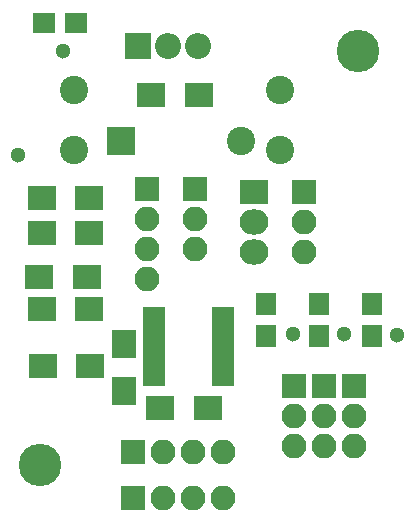
<source format=gbr>
G04 #@! TF.FileFunction,Soldermask,Top*
%FSLAX46Y46*%
G04 Gerber Fmt 4.6, Leading zero omitted, Abs format (unit mm)*
G04 Created by KiCad (PCBNEW 4.0.6) date Saturday, July 01, 2017 'AMt' 11:58:48 AM*
%MOMM*%
%LPD*%
G01*
G04 APERTURE LIST*
%ADD10C,0.100000*%
%ADD11R,1.850000X0.850000*%
%ADD12R,2.000000X2.400000*%
%ADD13R,2.400000X2.000000*%
%ADD14C,2.398980*%
%ADD15R,2.398980X2.398980*%
%ADD16R,2.100000X2.100000*%
%ADD17O,2.100000X2.100000*%
%ADD18R,2.432000X2.127200*%
%ADD19O,2.432000X2.127200*%
%ADD20C,2.400000*%
%ADD21R,2.200000X2.200000*%
%ADD22O,2.200000X2.200000*%
%ADD23R,1.700000X1.900000*%
%ADD24R,2.400000X2.100000*%
%ADD25R,1.900000X1.700000*%
%ADD26C,1.300000*%
%ADD27C,3.600000*%
G04 APERTURE END LIST*
D10*
D11*
X212090000Y-107569000D03*
X212090000Y-108219000D03*
X212090000Y-108869000D03*
X212090000Y-109519000D03*
X212090000Y-110169000D03*
X212090000Y-110819000D03*
X212090000Y-111469000D03*
X212090000Y-112119000D03*
X212090000Y-112769000D03*
X212090000Y-113419000D03*
X217990000Y-113419000D03*
X217990000Y-112769000D03*
X217990000Y-112119000D03*
X217990000Y-111469000D03*
X217990000Y-110819000D03*
X217990000Y-110169000D03*
X217990000Y-109519000D03*
X217990000Y-108869000D03*
X217990000Y-108219000D03*
X217990000Y-107569000D03*
D12*
X209600800Y-114236000D03*
X209600800Y-110236000D03*
D13*
X206692000Y-112141000D03*
X202692000Y-112141000D03*
D14*
X219456000Y-93037660D03*
D15*
X209296000Y-93037660D03*
D16*
X224790000Y-97409000D03*
D17*
X224790000Y-99949000D03*
X224790000Y-102489000D03*
D16*
X224002600Y-113792000D03*
D17*
X224002600Y-116332000D03*
X224002600Y-118872000D03*
D16*
X226542600Y-113792000D03*
D17*
X226542600Y-116332000D03*
X226542600Y-118872000D03*
D16*
X229082600Y-113792000D03*
D17*
X229082600Y-116332000D03*
X229082600Y-118872000D03*
D16*
X215620600Y-97180400D03*
D17*
X215620600Y-99720400D03*
X215620600Y-102260400D03*
D16*
X211556600Y-97180400D03*
D17*
X211556600Y-99720400D03*
X211556600Y-102260400D03*
X211556600Y-104800400D03*
D18*
X220599000Y-97409000D03*
D19*
X220599000Y-99949000D03*
X220599000Y-102489000D03*
D20*
X222834200Y-93853000D03*
X222834200Y-88773000D03*
X205314200Y-93853000D03*
X205314200Y-88773000D03*
D16*
X210312000Y-123317000D03*
D17*
X212852000Y-123317000D03*
X215392000Y-123317000D03*
X217932000Y-123317000D03*
D16*
X210312000Y-119380000D03*
D17*
X212852000Y-119380000D03*
X215392000Y-119380000D03*
X217932000Y-119380000D03*
D21*
X210794600Y-85064600D03*
D22*
X213334600Y-85064600D03*
X215874600Y-85064600D03*
D23*
X221589600Y-106901000D03*
X221589600Y-109601000D03*
X226085400Y-106908600D03*
X226085400Y-109608600D03*
X230555800Y-106875600D03*
X230555800Y-109575600D03*
D24*
X202425800Y-104597200D03*
X206425800Y-104597200D03*
X202629000Y-100888800D03*
X206629000Y-100888800D03*
X202629000Y-97891600D03*
X206629000Y-97891600D03*
X202629000Y-107315000D03*
X206629000Y-107315000D03*
X212662000Y-115697000D03*
X216662000Y-115697000D03*
X215912200Y-89154000D03*
X211912200Y-89154000D03*
D25*
X202786000Y-83058000D03*
X205486000Y-83058000D03*
D26*
X223875600Y-109440800D03*
X228244400Y-109440800D03*
X232714800Y-109481800D03*
X200576000Y-94284800D03*
X204386000Y-85471000D03*
D27*
X229362000Y-85471000D03*
X202438000Y-120523000D03*
M02*

</source>
